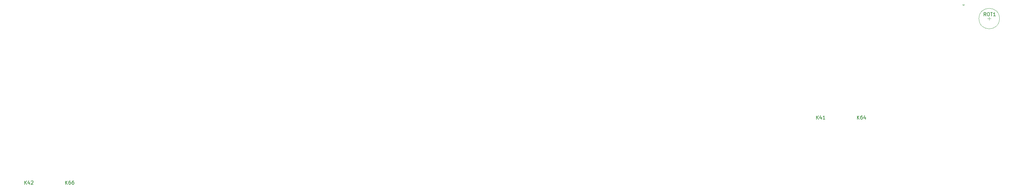
<source format=gto>
G04 #@! TF.GenerationSoftware,KiCad,Pcbnew,(5.1.0-0)*
G04 #@! TF.CreationDate,2021-01-29T15:13:06+00:00*
G04 #@! TF.ProjectId,PULSE,50554c53-452e-46b6-9963-61645f706362,rev?*
G04 #@! TF.SameCoordinates,Original*
G04 #@! TF.FileFunction,Legend,Top*
G04 #@! TF.FilePolarity,Positive*
%FSLAX46Y46*%
G04 Gerber Fmt 4.6, Leading zero omitted, Abs format (unit mm)*
G04 Created by KiCad (PCBNEW (5.1.0-0)) date 2021-01-29 15:13:06*
%MOMM*%
%LPD*%
G04 APERTURE LIST*
%ADD10C,0.120000*%
%ADD11C,0.150000*%
G04 APERTURE END LIST*
D10*
X192665778Y18931268D02*
G75*
G03X192665778Y18931268I-3000000J0D01*
G01*
X182165778Y22731268D02*
X181865778Y23031268D01*
X181865778Y23031268D02*
X182465778Y23031268D01*
X182465778Y23031268D02*
X182165778Y22731268D01*
X189665778Y19431268D02*
X189665778Y18431268D01*
X189165778Y18931268D02*
X190165778Y18931268D01*
D11*
X151185586Y-10477372D02*
X151185586Y-9477372D01*
X151757014Y-10477372D02*
X151328443Y-9905944D01*
X151757014Y-9477372D02*
X151185586Y-10048801D01*
X152614157Y-9477372D02*
X152423681Y-9477372D01*
X152328443Y-9524992D01*
X152280824Y-9572611D01*
X152185586Y-9715468D01*
X152137967Y-9905944D01*
X152137967Y-10286896D01*
X152185586Y-10382134D01*
X152233205Y-10429753D01*
X152328443Y-10477372D01*
X152518919Y-10477372D01*
X152614157Y-10429753D01*
X152661776Y-10382134D01*
X152709395Y-10286896D01*
X152709395Y-10048801D01*
X152661776Y-9953563D01*
X152614157Y-9905944D01*
X152518919Y-9858325D01*
X152328443Y-9858325D01*
X152233205Y-9905944D01*
X152185586Y-9953563D01*
X152137967Y-10048801D01*
X153566538Y-9810706D02*
X153566538Y-10477372D01*
X153328443Y-9429753D02*
X153090348Y-10144039D01*
X153709395Y-10144039D01*
X188714349Y19708887D02*
X188381016Y20185077D01*
X188142920Y19708887D02*
X188142920Y20708887D01*
X188523873Y20708887D01*
X188619111Y20661268D01*
X188666730Y20613648D01*
X188714349Y20518410D01*
X188714349Y20375553D01*
X188666730Y20280315D01*
X188619111Y20232696D01*
X188523873Y20185077D01*
X188142920Y20185077D01*
X189333397Y20708887D02*
X189523873Y20708887D01*
X189619111Y20661268D01*
X189714349Y20566029D01*
X189761968Y20375553D01*
X189761968Y20042220D01*
X189714349Y19851744D01*
X189619111Y19756506D01*
X189523873Y19708887D01*
X189333397Y19708887D01*
X189238158Y19756506D01*
X189142920Y19851744D01*
X189095301Y20042220D01*
X189095301Y20375553D01*
X189142920Y20566029D01*
X189238158Y20661268D01*
X189333397Y20708887D01*
X190047682Y20708887D02*
X190619111Y20708887D01*
X190333397Y19708887D02*
X190333397Y20708887D01*
X191476254Y19708887D02*
X190904825Y19708887D01*
X191190539Y19708887D02*
X191190539Y20708887D01*
X191095301Y20566029D01*
X191000063Y20470791D01*
X190904825Y20423172D01*
X139279464Y-10477380D02*
X139279464Y-9477380D01*
X139850892Y-10477380D02*
X139422321Y-9905952D01*
X139850892Y-9477380D02*
X139279464Y-10048809D01*
X140708035Y-9810714D02*
X140708035Y-10477380D01*
X140469940Y-9429761D02*
X140231845Y-10144047D01*
X140850892Y-10144047D01*
X141755654Y-10477380D02*
X141184226Y-10477380D01*
X141469940Y-10477380D02*
X141469940Y-9477380D01*
X141374702Y-9620238D01*
X141279464Y-9715476D01*
X141184226Y-9763095D01*
X-91701785Y-29527380D02*
X-91701785Y-28527380D01*
X-91130357Y-29527380D02*
X-91558928Y-28955952D01*
X-91130357Y-28527380D02*
X-91701785Y-29098809D01*
X-90273214Y-28860714D02*
X-90273214Y-29527380D01*
X-90511309Y-28479761D02*
X-90749404Y-29194047D01*
X-90130357Y-29194047D01*
X-89797023Y-28622619D02*
X-89749404Y-28575000D01*
X-89654166Y-28527380D01*
X-89416071Y-28527380D01*
X-89320833Y-28575000D01*
X-89273214Y-28622619D01*
X-89225595Y-28717857D01*
X-89225595Y-28813095D01*
X-89273214Y-28955952D01*
X-89844642Y-29527380D01*
X-89225595Y-29527380D01*
X-79795469Y-29527356D02*
X-79795469Y-28527356D01*
X-79224041Y-29527356D02*
X-79652612Y-28955928D01*
X-79224041Y-28527356D02*
X-79795469Y-29098785D01*
X-78366898Y-28527356D02*
X-78557374Y-28527356D01*
X-78652612Y-28574976D01*
X-78700231Y-28622595D01*
X-78795469Y-28765452D01*
X-78843088Y-28955928D01*
X-78843088Y-29336880D01*
X-78795469Y-29432118D01*
X-78747850Y-29479737D01*
X-78652612Y-29527356D01*
X-78462136Y-29527356D01*
X-78366898Y-29479737D01*
X-78319279Y-29432118D01*
X-78271660Y-29336880D01*
X-78271660Y-29098785D01*
X-78319279Y-29003547D01*
X-78366898Y-28955928D01*
X-78462136Y-28908309D01*
X-78652612Y-28908309D01*
X-78747850Y-28955928D01*
X-78795469Y-29003547D01*
X-78843088Y-29098785D01*
X-77414517Y-28527356D02*
X-77604993Y-28527356D01*
X-77700231Y-28574976D01*
X-77747850Y-28622595D01*
X-77843088Y-28765452D01*
X-77890707Y-28955928D01*
X-77890707Y-29336880D01*
X-77843088Y-29432118D01*
X-77795469Y-29479737D01*
X-77700231Y-29527356D01*
X-77509755Y-29527356D01*
X-77414517Y-29479737D01*
X-77366898Y-29432118D01*
X-77319279Y-29336880D01*
X-77319279Y-29098785D01*
X-77366898Y-29003547D01*
X-77414517Y-28955928D01*
X-77509755Y-28908309D01*
X-77700231Y-28908309D01*
X-77795469Y-28955928D01*
X-77843088Y-29003547D01*
X-77890707Y-29098785D01*
M02*

</source>
